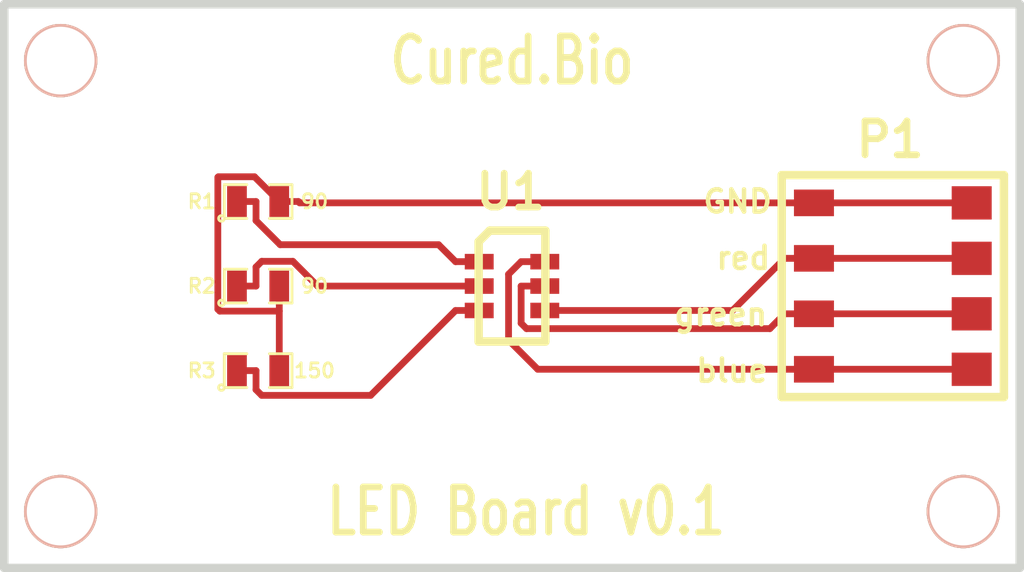
<source format=kicad_pcb>
(kicad_pcb (version 4) (host pcbnew 4.0.7)

  (general
    (links 13)
    (no_connects 0)
    (area 76.009499 50.609499 122.110501 76.390501)
    (thickness 1.6002)
    (drawings 10)
    (tracks 47)
    (zones 0)
    (modules 9)
    (nets 8)
  )

  (page A4)
  (title_block
    (date "10 feb 2012")
  )

  (layers
    (0 Front signal)
    (31 Back signal)
    (32 B.Adhes user)
    (33 F.Adhes user)
    (34 B.Paste user)
    (35 F.Paste user)
    (36 B.SilkS user)
    (37 F.SilkS user)
    (38 B.Mask user)
    (39 F.Mask user)
    (40 Dwgs.User user)
    (41 Cmts.User user)
    (42 Eco1.User user)
    (43 Eco2.User user)
    (44 Edge.Cuts user)
  )

  (setup
    (last_trace_width 0.3048)
    (trace_clearance 0.254)
    (zone_clearance 0.508)
    (zone_45_only no)
    (trace_min 0.2032)
    (segment_width 0.381)
    (edge_width 0.381)
    (via_size 0.889)
    (via_drill 0.635)
    (via_min_size 0.889)
    (via_min_drill 0.508)
    (uvia_size 0.508)
    (uvia_drill 0.127)
    (uvias_allowed no)
    (uvia_min_size 0.508)
    (uvia_min_drill 0.127)
    (pcb_text_width 0.3048)
    (pcb_text_size 1.524 2.032)
    (mod_edge_width 0.381)
    (mod_text_size 1.524 1.524)
    (mod_text_width 0.3048)
    (pad_size 1.524 1.524)
    (pad_drill 0.8128)
    (pad_to_mask_clearance 0.254)
    (aux_axis_origin 0 0)
    (visible_elements FFFFFF7F)
    (pcbplotparams
      (layerselection 0x00030_80000001)
      (usegerberextensions true)
      (excludeedgelayer true)
      (linewidth 0.150000)
      (plotframeref false)
      (viasonmask false)
      (mode 1)
      (useauxorigin false)
      (hpglpennumber 1)
      (hpglpenspeed 20)
      (hpglpendiameter 15)
      (hpglpenoverlay 0)
      (psnegative false)
      (psa4output false)
      (plotreference true)
      (plotvalue true)
      (plotinvisibletext false)
      (padsonsilk false)
      (subtractmaskfromsilk false)
      (outputformat 1)
      (mirror false)
      (drillshape 1)
      (scaleselection 1)
      (outputdirectory ""))
  )

  (net 0 "")
  (net 1 /blue)
  (net 2 /green)
  (net 3 /red)
  (net 4 GND)
  (net 5 N-000002)
  (net 6 N-000003)
  (net 7 N-000004)

  (net_class Default "This is the default net class."
    (clearance 0.254)
    (trace_width 0.3048)
    (via_dia 0.889)
    (via_drill 0.635)
    (uvia_dia 0.508)
    (uvia_drill 0.127)
    (add_net /blue)
    (add_net /green)
    (add_net /red)
    (add_net GND)
    (add_net N-000002)
    (add_net N-000003)
    (add_net N-000004)
  )

  (module SM0805 (layer Front) (tedit 4F347530) (tstamp 4F036231)
    (at 87.63 59.69)
    (path /4F035CCA)
    (attr smd)
    (fp_text reference R1 (at -2.54 0) (layer F.SilkS)
      (effects (font (size 0.635 0.635) (thickness 0.127)))
    )
    (fp_text value 90 (at 2.54 0) (layer F.SilkS)
      (effects (font (size 0.635 0.635) (thickness 0.127)))
    )
    (fp_circle (center -1.651 0.762) (end -1.651 0.635) (layer F.SilkS) (width 0.127))
    (fp_line (start -0.508 0.762) (end -1.524 0.762) (layer F.SilkS) (width 0.127))
    (fp_line (start -1.524 0.762) (end -1.524 -0.762) (layer F.SilkS) (width 0.127))
    (fp_line (start -1.524 -0.762) (end -0.508 -0.762) (layer F.SilkS) (width 0.127))
    (fp_line (start 0.508 -0.762) (end 1.524 -0.762) (layer F.SilkS) (width 0.127))
    (fp_line (start 1.524 -0.762) (end 1.524 0.762) (layer F.SilkS) (width 0.127))
    (fp_line (start 1.524 0.762) (end 0.508 0.762) (layer F.SilkS) (width 0.127))
    (pad 1 smd rect (at -0.9525 0) (size 0.889 1.397) (layers Front F.Paste F.Mask)
      (net 7 N-000004))
    (pad 2 smd rect (at 0.9525 0) (size 0.889 1.397) (layers Front F.Paste F.Mask)
      (net 4 GND))
    (model smd/chip_cms.wrl
      (at (xyz 0 0 0))
      (scale (xyz 0.1 0.1 0.1))
      (rotate (xyz 0 0 0))
    )
  )

  (module SM0805 (layer Front) (tedit 4F34753E) (tstamp 4F036233)
    (at 87.63 63.5)
    (path /4F035CCF)
    (attr smd)
    (fp_text reference R2 (at -2.54 0) (layer F.SilkS)
      (effects (font (size 0.635 0.635) (thickness 0.127)))
    )
    (fp_text value 90 (at 2.54 0) (layer F.SilkS)
      (effects (font (size 0.635 0.635) (thickness 0.127)))
    )
    (fp_circle (center -1.651 0.762) (end -1.651 0.635) (layer F.SilkS) (width 0.127))
    (fp_line (start -0.508 0.762) (end -1.524 0.762) (layer F.SilkS) (width 0.127))
    (fp_line (start -1.524 0.762) (end -1.524 -0.762) (layer F.SilkS) (width 0.127))
    (fp_line (start -1.524 -0.762) (end -0.508 -0.762) (layer F.SilkS) (width 0.127))
    (fp_line (start 0.508 -0.762) (end 1.524 -0.762) (layer F.SilkS) (width 0.127))
    (fp_line (start 1.524 -0.762) (end 1.524 0.762) (layer F.SilkS) (width 0.127))
    (fp_line (start 1.524 0.762) (end 0.508 0.762) (layer F.SilkS) (width 0.127))
    (pad 1 smd rect (at -0.9525 0) (size 0.889 1.397) (layers Front F.Paste F.Mask)
      (net 5 N-000002))
    (pad 2 smd rect (at 0.9525 0) (size 0.889 1.397) (layers Front F.Paste F.Mask)
      (net 4 GND))
    (model smd/chip_cms.wrl
      (at (xyz 0 0 0))
      (scale (xyz 0.1 0.1 0.1))
      (rotate (xyz 0 0 0))
    )
  )

  (module SM0805 (layer Front) (tedit 4F34754B) (tstamp 4F036235)
    (at 87.63 67.31)
    (path /4F035CD1)
    (attr smd)
    (fp_text reference R3 (at -2.54 0) (layer F.SilkS)
      (effects (font (size 0.635 0.635) (thickness 0.127)))
    )
    (fp_text value 150 (at 2.54 0) (layer F.SilkS)
      (effects (font (size 0.635 0.635) (thickness 0.127)))
    )
    (fp_circle (center -1.651 0.762) (end -1.651 0.635) (layer F.SilkS) (width 0.127))
    (fp_line (start -0.508 0.762) (end -1.524 0.762) (layer F.SilkS) (width 0.127))
    (fp_line (start -1.524 0.762) (end -1.524 -0.762) (layer F.SilkS) (width 0.127))
    (fp_line (start -1.524 -0.762) (end -0.508 -0.762) (layer F.SilkS) (width 0.127))
    (fp_line (start 0.508 -0.762) (end 1.524 -0.762) (layer F.SilkS) (width 0.127))
    (fp_line (start 1.524 -0.762) (end 1.524 0.762) (layer F.SilkS) (width 0.127))
    (fp_line (start 1.524 0.762) (end 0.508 0.762) (layer F.SilkS) (width 0.127))
    (pad 1 smd rect (at -0.9525 0) (size 0.889 1.397) (layers Front F.Paste F.Mask)
      (net 6 N-000003))
    (pad 2 smd rect (at 0.9525 0) (size 0.889 1.397) (layers Front F.Paste F.Mask)
      (net 4 GND))
    (model smd/chip_cms.wrl
      (at (xyz 0 0 0))
      (scale (xyz 0.1 0.1 0.1))
      (rotate (xyz 0 0 0))
    )
  )

  (module RGB_MULTILED (layer Front) (tedit 4F347AE5) (tstamp 4F036239)
    (at 99.06 63.5)
    (path /4F035E14)
    (fp_text reference U1 (at -0.06096 -4.24942) (layer F.SilkS)
      (effects (font (thickness 0.3048)))
    )
    (fp_text value "" (at 0 5.08) (layer F.SilkS) hide
      (effects (font (thickness 0.3048)))
    )
    (fp_line (start 1.50114 2.49936) (end -1.50114 2.49936) (layer F.SilkS) (width 0.381))
    (fp_line (start -1.50114 2.49936) (end -1.50114 -1.99898) (layer F.SilkS) (width 0.381))
    (fp_line (start -1.50114 -1.99898) (end -1.00076 -2.49936) (layer F.SilkS) (width 0.381))
    (fp_line (start -1.00076 -2.49936) (end 1.50114 -2.49936) (layer F.SilkS) (width 0.381))
    (fp_line (start 1.50114 -2.49936) (end 1.50114 2.49936) (layer F.SilkS) (width 0.381))
    (pad A3 smd rect (at 1.47574 1.09982 180) (size 1.30048 0.70104) (layers Front F.Paste F.Mask)
      (net 3 /red))
    (pad A2 smd rect (at 1.47574 0 180) (size 1.30048 0.70104) (layers Front F.Paste F.Mask)
      (net 2 /green))
    (pad A1 smd rect (at 1.47574 -1.09982 180) (size 1.30048 0.70104) (layers Front F.Paste F.Mask)
      (net 1 /blue))
    (pad C3 smd rect (at -1.47574 1.09982 180) (size 1.30048 0.70104) (layers Front F.Paste F.Mask)
      (net 6 N-000003))
    (pad C2 smd rect (at -1.47574 0 180) (size 1.30048 0.70104) (layers Front F.Paste F.Mask)
      (net 5 N-000002))
    (pad C1 smd rect (at -1.47574 -1.09982 180) (size 1.30048 0.70104) (layers Front F.Paste F.Mask)
      (net 7 N-000004))
  )

  (module MOUNT_HOLE_4_40 (layer Front) (tedit 4F036C65) (tstamp 4F036949)
    (at 78.74 53.34)
    (path MOUNT_HOLE_4_40)
    (fp_text reference M1 (at 0 -2.032) (layer F.SilkS) hide
      (effects (font (size 0.254 0.254) (thickness 0.0635)))
    )
    (fp_text value "" (at 0 2.54) (layer F.SilkS) hide
      (effects (font (size 0.254 0.254) (thickness 0.0635)))
    )
    (pad "" thru_hole circle (at 0 0) (size 3.302 3.302) (drill 3.048) (layers *.Cu *.SilkS *.Mask))
  )

  (module MOUNT_HOLE_4_40 (layer Front) (tedit 4F036C5E) (tstamp 4F03694F)
    (at 78.74 73.66)
    (path MOUNT_HOLE_4_40)
    (fp_text reference M2 (at 0 -2.032) (layer F.SilkS) hide
      (effects (font (size 0.254 0.254) (thickness 0.0635)))
    )
    (fp_text value "" (at 0 -2.54) (layer F.SilkS) hide
      (effects (font (size 0.254 0.254) (thickness 0.0635)))
    )
    (pad "" thru_hole circle (at 0 0) (size 3.302 3.302) (drill 3.048) (layers *.Cu *.SilkS *.Mask))
  )

  (module MOUNT_HOLE_4_40 (layer Front) (tedit 4F036C57) (tstamp 4F036957)
    (at 119.38 73.66)
    (path MOUNT_HOLE_4_40)
    (fp_text reference M3 (at 0 -2.032) (layer F.SilkS) hide
      (effects (font (size 0.254 0.254) (thickness 0.0635)))
    )
    (fp_text value "" (at 0 -2.54) (layer F.SilkS) hide
      (effects (font (size 0.254 0.254) (thickness 0.0635)))
    )
    (pad "" thru_hole circle (at 0 0) (size 3.302 3.302) (drill 3.048) (layers *.Cu *.SilkS *.Mask))
  )

  (module MOUNT_HOLE_4_40 (layer Front) (tedit 4F036C4D) (tstamp 4F036960)
    (at 119.38 53.34)
    (path MOUNT_HOLE_4_40)
    (fp_text reference M4 (at 0 -2.032) (layer F.SilkS) hide
      (effects (font (size 0.254 0.254) (thickness 0.0635)))
    )
    (fp_text value "" (at 0 2.54) (layer F.SilkS) hide
      (effects (font (size 0.254 0.254) (thickness 0.0635)))
    )
    (pad "" thru_hole circle (at 0 0) (size 3.302 3.302) (drill 3.048) (layers *.Cu *.SilkS *.Mask))
  )

  (module SMD_wire_4x1 (layer Front) (tedit 4F347AF6) (tstamp 4F3463F0)
    (at 116.205 63.5 90)
    (path /4F345F7F)
    (fp_text reference P1 (at 6.604 -0.127 180) (layer F.SilkS)
      (effects (font (thickness 0.3048)))
    )
    (fp_text value "" (at 0 0 90) (layer F.SilkS) hide
      (effects (font (thickness 0.3048)))
    )
    (fp_line (start -5.00126 -5.00126) (end 5.00126 -5.00126) (layer F.SilkS) (width 0.381))
    (fp_line (start 5.00126 -5.00126) (end 5.00126 5.00126) (layer F.SilkS) (width 0.381))
    (fp_line (start 5.00126 5.00126) (end -5.00126 5.00126) (layer F.SilkS) (width 0.381))
    (fp_line (start -5.00126 5.00126) (end -5.00126 -5.00126) (layer F.SilkS) (width 0.381))
    (pad 4 smd rect (at 3.74904 -3.55092 90) (size 1.19888 1.80086) (layers Front F.Paste F.Mask)
      (net 4 GND))
    (pad 3 smd rect (at 1.24968 -3.55092 90) (size 1.19888 1.80086) (layers Front F.Paste F.Mask)
      (net 3 /red))
    (pad 1 smd rect (at -3.74904 -3.55092 90) (size 1.19888 1.80086) (layers Front F.Paste F.Mask)
      (net 1 /blue))
    (pad 1 smd rect (at -3.74904 3.55092 90) (size 1.50114 1.80086) (layers Front F.Paste F.Mask)
      (net 1 /blue))
    (pad 2 smd rect (at -1.24968 3.55092 90) (size 1.50114 1.80086) (layers Front F.Paste F.Mask)
      (net 2 /green))
    (pad 2 smd rect (at -1.24968 -3.55092 90) (size 1.19888 1.80086) (layers Front F.Paste F.Mask)
      (net 2 /green))
    (pad 3 smd rect (at 1.24968 3.55092 90) (size 1.50114 1.80086) (layers Front F.Paste F.Mask)
      (net 3 /red))
    (pad 4 smd rect (at 3.74904 3.55092 90) (size 1.50114 1.80086) (layers Front F.Paste F.Mask)
      (net 4 GND))
  )

  (gr_text blue (at 108.966 67.31) (layer F.SilkS)
    (effects (font (size 1.00076 1.00076) (thickness 0.20066)))
  )
  (gr_text green (at 108.458 64.77) (layer F.SilkS)
    (effects (font (size 1.00076 1.00076) (thickness 0.20066)))
  )
  (gr_text GND (at 109.22 59.69) (layer F.SilkS)
    (effects (font (size 1.00076 1.00076) (thickness 0.20066)))
  )
  (gr_text Cured.Bio (at 99.06 53.34) (layer F.SilkS)
    (effects (font (size 2.032 1.524) (thickness 0.3048)))
  )
  (gr_text red (at 109.474 62.23) (layer F.SilkS)
    (effects (font (size 1.00076 1.00076) (thickness 0.20066)))
  )
  (gr_text "LED Board v0.1" (at 99.695 73.66) (layer F.SilkS)
    (effects (font (size 2.032 1.524) (thickness 0.3048)))
  )
  (gr_line (start 76.2 50.8) (end 121.92 50.8) (angle 90) (layer Edge.Cuts) (width 0.381))
  (gr_line (start 121.92 76.2) (end 121.92 50.8) (angle 90) (layer Edge.Cuts) (width 0.381))
  (gr_line (start 76.2 76.2) (end 76.2 50.8) (angle 90) (layer Edge.Cuts) (width 0.381))
  (gr_line (start 76.2 76.2) (end 121.92 76.2) (angle 90) (layer Edge.Cuts) (width 0.381))

  (segment (start 99.47148 62.40018) (end 98.90506 62.9666) (width 0.3048) (layer Front) (net 1))
  (segment (start 98.90506 62.9666) (end 98.90506 65.93586) (width 0.3048) (layer Front) (net 1))
  (segment (start 98.90506 65.93586) (end 100.21824 67.24904) (width 0.3048) (layer Front) (net 1))
  (segment (start 100.21824 67.24904) (end 112.65408 67.24904) (width 0.3048) (layer Front) (net 1))
  (segment (start 100.53574 62.40018) (end 99.47148 62.40018) (width 0.3048) (layer Front) (net 1))
  (segment (start 119.75592 67.24904) (end 112.65408 67.24904) (width 0.3048) (layer Front) (net 1))
  (segment (start 112.65408 64.74968) (end 111.33836 64.74968) (width 0.3048) (layer Front) (net 2))
  (segment (start 100.53574 63.5) (end 99.47148 63.5) (width 0.3048) (layer Front) (net 2))
  (segment (start 99.47148 63.5) (end 99.47148 65.1764) (width 0.3048) (layer Front) (net 2))
  (segment (start 99.47148 65.1764) (end 99.71278 65.4177) (width 0.3048) (layer Front) (net 2))
  (segment (start 99.71278 65.4177) (end 110.67034 65.4177) (width 0.3048) (layer Front) (net 2))
  (segment (start 110.67034 65.4177) (end 111.33836 64.74968) (width 0.3048) (layer Front) (net 2))
  (segment (start 119.75592 64.74968) (end 112.65408 64.74968) (width 0.3048) (layer Front) (net 2))
  (segment (start 112.65408 62.25032) (end 111.33836 62.25032) (width 0.3048) (layer Front) (net 3))
  (segment (start 111.33836 62.25032) (end 108.98886 64.59982) (width 0.3048) (layer Front) (net 3))
  (segment (start 108.98886 64.59982) (end 100.53574 64.59982) (width 0.3048) (layer Front) (net 3))
  (segment (start 119.75592 62.25032) (end 112.65408 62.25032) (width 0.3048) (layer Front) (net 3))
  (segment (start 88.5825 64.62776) (end 88.5825 63.5) (width 0.3048) (layer Front) (net 4))
  (segment (start 88.5825 67.31) (end 88.5825 64.62776) (width 0.3048) (layer Front) (net 4))
  (segment (start 88.5825 64.62776) (end 85.9028 64.62776) (width 0.3048) (layer Front) (net 4))
  (segment (start 85.9028 64.62776) (end 85.81644 64.5414) (width 0.3048) (layer Front) (net 4))
  (segment (start 85.81644 64.5414) (end 85.81644 58.60034) (width 0.3048) (layer Front) (net 4))
  (segment (start 85.81644 58.60034) (end 85.84184 58.57494) (width 0.3048) (layer Front) (net 4))
  (segment (start 85.84184 58.57494) (end 87.46744 58.57494) (width 0.3048) (layer Front) (net 4))
  (segment (start 87.46744 58.57494) (end 88.5825 59.69) (width 0.3048) (layer Front) (net 4))
  (segment (start 88.5825 59.69) (end 89.44102 59.69) (width 0.3048) (layer Front) (net 4))
  (segment (start 112.65408 59.75096) (end 89.50198 59.75096) (width 0.3048) (layer Front) (net 4))
  (segment (start 89.50198 59.75096) (end 89.44102 59.69) (width 0.3048) (layer Front) (net 4))
  (segment (start 119.75592 59.75096) (end 112.65408 59.75096) (width 0.3048) (layer Front) (net 4))
  (segment (start 86.6775 63.5) (end 87.53602 63.5) (width 0.3048) (layer Front) (net 5))
  (segment (start 97.58426 63.5) (end 90.3097 63.5) (width 0.3048) (layer Front) (net 5))
  (segment (start 90.3097 63.5) (end 89.19464 62.38494) (width 0.3048) (layer Front) (net 5))
  (segment (start 89.19464 62.38494) (end 87.79256 62.38494) (width 0.3048) (layer Front) (net 5))
  (segment (start 87.79256 62.38494) (end 87.53602 62.64148) (width 0.3048) (layer Front) (net 5))
  (segment (start 87.53602 62.64148) (end 87.53602 63.5) (width 0.3048) (layer Front) (net 5))
  (segment (start 97.58426 64.59982) (end 96.52 64.59982) (width 0.3048) (layer Front) (net 6))
  (segment (start 86.6775 67.31) (end 87.53602 67.31) (width 0.3048) (layer Front) (net 6))
  (segment (start 87.53602 67.31) (end 87.53602 68.16852) (width 0.3048) (layer Front) (net 6))
  (segment (start 87.53602 68.16852) (end 87.79256 68.42506) (width 0.3048) (layer Front) (net 6))
  (segment (start 87.79256 68.42506) (end 92.69476 68.42506) (width 0.3048) (layer Front) (net 6))
  (segment (start 92.69476 68.42506) (end 96.52 64.59982) (width 0.3048) (layer Front) (net 6))
  (segment (start 97.58426 62.40018) (end 96.52 62.40018) (width 0.3048) (layer Front) (net 7))
  (segment (start 86.6775 59.69) (end 87.53602 59.69) (width 0.3048) (layer Front) (net 7))
  (segment (start 87.53602 59.69) (end 87.53602 60.54852) (width 0.3048) (layer Front) (net 7))
  (segment (start 87.53602 60.54852) (end 88.62314 61.63564) (width 0.3048) (layer Front) (net 7))
  (segment (start 88.62314 61.63564) (end 95.75546 61.63564) (width 0.3048) (layer Front) (net 7))
  (segment (start 95.75546 61.63564) (end 96.52 62.40018) (width 0.3048) (layer Front) (net 7))

  (zone (net 4) (net_name GND) (layer Back) (tstamp 4F358860) (hatch edge 0.508)
    (connect_pads (clearance 0.508))
    (min_thickness 0.254)
    (fill (arc_segments 16) (thermal_gap 0.508) (thermal_bridge_width 0.508))
    (polygon
      (pts
        (xy 121.59996 75.80122) (xy 121.59996 51.19878) (xy 76.59878 51.19878) (xy 76.59878 75.80122)
      )
    )
  )
  (zone (net 4) (net_name GND) (layer Front) (tstamp 4F35887B) (hatch edge 0.508)
    (connect_pads (clearance 0.508))
    (min_thickness 0.254)
    (fill (arc_segments 16) (thermal_gap 0.508) (thermal_bridge_width 0.508))
    (polygon
      (pts
        (xy 121.59996 75.80122) (xy 121.59996 51.19878) (xy 76.59878 51.19878) (xy 76.59878 75.80122)
      )
    )
  )
)

</source>
